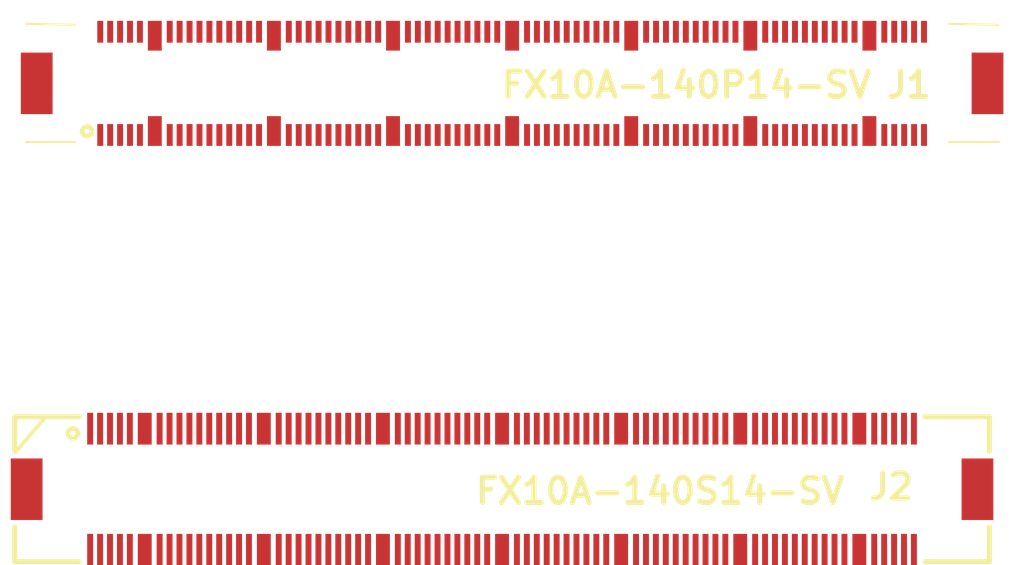
<source format=kicad_pcb>
(kicad_pcb (version 20171130) (host pcbnew "(5.1.5-0-10_14)")

  (general
    (thickness 1.6)
    (drawings 0)
    (tracks 0)
    (zones 0)
    (modules 2)
    (nets 154)
  )

  (page A4)
  (layers
    (0 F.Cu signal)
    (31 B.Cu signal)
    (32 B.Adhes user)
    (33 F.Adhes user)
    (34 B.Paste user)
    (35 F.Paste user)
    (36 B.SilkS user)
    (37 F.SilkS user)
    (38 B.Mask user)
    (39 F.Mask user)
    (40 Dwgs.User user)
    (41 Cmts.User user)
    (42 Eco1.User user)
    (43 Eco2.User user)
    (44 Edge.Cuts user)
    (45 Margin user)
    (46 B.CrtYd user)
    (47 F.CrtYd user)
    (48 B.Fab user)
    (49 F.Fab user)
  )

  (setup
    (last_trace_width 0.25)
    (trace_clearance 0.2)
    (zone_clearance 0.508)
    (zone_45_only no)
    (trace_min 0.2)
    (via_size 0.8)
    (via_drill 0.4)
    (via_min_size 0.4)
    (via_min_drill 0.3)
    (uvia_size 0.3)
    (uvia_drill 0.1)
    (uvias_allowed no)
    (uvia_min_size 0.2)
    (uvia_min_drill 0.1)
    (edge_width 0.05)
    (segment_width 0.2)
    (pcb_text_width 0.3)
    (pcb_text_size 1.5 1.5)
    (mod_edge_width 0.12)
    (mod_text_size 1 1)
    (mod_text_width 0.15)
    (pad_size 1.524 1.524)
    (pad_drill 0.762)
    (pad_to_mask_clearance 0.051)
    (solder_mask_min_width 0.25)
    (aux_axis_origin 0 0)
    (visible_elements FFFFFF7F)
    (pcbplotparams
      (layerselection 0x010fc_ffffffff)
      (usegerberextensions false)
      (usegerberattributes false)
      (usegerberadvancedattributes false)
      (creategerberjobfile false)
      (excludeedgelayer true)
      (linewidth 0.100000)
      (plotframeref false)
      (viasonmask false)
      (mode 1)
      (useauxorigin false)
      (hpglpennumber 1)
      (hpglpenspeed 20)
      (hpglpendiameter 15.000000)
      (psnegative false)
      (psa4output false)
      (plotreference true)
      (plotvalue true)
      (plotinvisibletext false)
      (padsonsilk false)
      (subtractmaskfromsilk false)
      (outputformat 1)
      (mirror false)
      (drillshape 1)
      (scaleselection 1)
      (outputdirectory ""))
  )

  (net 0 "")
  (net 1 "Net-(J1-Pad1)")
  (net 2 "Net-(J1-Pad2)")
  (net 3 "Net-(J1-Pad3)")
  (net 4 "Net-(J1-Pad4)")
  (net 5 "Net-(J1-Pad5)")
  (net 6 "Net-(J1-Pad6)")
  (net 7 CH0)
  (net 8 CH1)
  (net 9 CH2)
  (net 10 CH3)
  (net 11 CH4)
  (net 12 CH5)
  (net 13 CH6)
  (net 14 CH7)
  (net 15 CH8)
  (net 16 CH9)
  (net 17 CH10)
  (net 18 CH11)
  (net 19 CH12)
  (net 20 CH13)
  (net 21 CH14)
  (net 22 CH15)
  (net 23 CH16)
  (net 24 CH17)
  (net 25 CH18)
  (net 26 CH19)
  (net 27 CH20)
  (net 28 CH21)
  (net 29 CH22)
  (net 30 CH23)
  (net 31 CH24)
  (net 32 CH25)
  (net 33 CH26)
  (net 34 CH27)
  (net 35 CH28)
  (net 36 CH29)
  (net 37 CH30)
  (net 38 CH31)
  (net 39 CH32)
  (net 40 CH33)
  (net 41 CH34)
  (net 42 CH35)
  (net 43 CH36)
  (net 44 CH37)
  (net 45 CH38)
  (net 46 CH39)
  (net 47 CH40)
  (net 48 CH41)
  (net 49 CH42)
  (net 50 CH43)
  (net 51 CH44)
  (net 52 CH45)
  (net 53 CH46)
  (net 54 CH47)
  (net 55 CH48)
  (net 56 CH49)
  (net 57 CH50)
  (net 58 CH51)
  (net 59 CH52)
  (net 60 CH53)
  (net 61 CH54)
  (net 62 CH55)
  (net 63 CH56)
  (net 64 CH57)
  (net 65 CH58)
  (net 66 CH59)
  (net 67 CH60)
  (net 68 CH61)
  (net 69 CH62)
  (net 70 CH63)
  (net 71 CH64)
  (net 72 CH65)
  (net 73 CH66)
  (net 74 CH67)
  (net 75 CH68)
  (net 76 CH69)
  (net 77 CH70)
  (net 78 CH71)
  (net 79 CH72)
  (net 80 CH73)
  (net 81 CH74)
  (net 82 CH75)
  (net 83 CH76)
  (net 84 CH77)
  (net 85 CH78)
  (net 86 CH79)
  (net 87 CH80)
  (net 88 CH81)
  (net 89 CH82)
  (net 90 CH83)
  (net 91 CH84)
  (net 92 CH85)
  (net 93 CH86)
  (net 94 CH87)
  (net 95 CH88)
  (net 96 CH89)
  (net 97 CH90)
  (net 98 CH91)
  (net 99 CH92)
  (net 100 CH93)
  (net 101 CH94)
  (net 102 CH95)
  (net 103 CH96)
  (net 104 CH97)
  (net 105 CH98)
  (net 106 CH99)
  (net 107 CH100)
  (net 108 CH101)
  (net 109 CH102)
  (net 110 CH103)
  (net 111 CH104)
  (net 112 CH105)
  (net 113 CH106)
  (net 114 CH107)
  (net 115 CH108)
  (net 116 CH109)
  (net 117 CH110)
  (net 118 CH111)
  (net 119 CH112)
  (net 120 CH113)
  (net 121 CH114)
  (net 122 CH115)
  (net 123 CH116)
  (net 124 CH117)
  (net 125 CH118)
  (net 126 CH119)
  (net 127 CH120)
  (net 128 CH121)
  (net 129 CH122)
  (net 130 CH123)
  (net 131 CH124)
  (net 132 CH125)
  (net 133 CH126)
  (net 134 CH127)
  (net 135 "Net-(J1-Pad135)")
  (net 136 "Net-(J1-Pad136)")
  (net 137 "Net-(J1-Pad137)")
  (net 138 "Net-(J1-Pad138)")
  (net 139 "Net-(J1-Pad139)")
  (net 140 "Net-(J1-Pad140)")
  (net 141 GNDREF)
  (net 142 "Net-(J2-Pad139)")
  (net 143 "Net-(J2-Pad137)")
  (net 144 "Net-(J2-Pad135)")
  (net 145 "Net-(J2-Pad140)")
  (net 146 "Net-(J2-Pad138)")
  (net 147 "Net-(J2-Pad136)")
  (net 148 "Net-(J2-Pad5)")
  (net 149 "Net-(J2-Pad3)")
  (net 150 "Net-(J2-Pad1)")
  (net 151 "Net-(J2-Pad6)")
  (net 152 "Net-(J2-Pad4)")
  (net 153 "Net-(J2-Pad2)")

  (net_class Default "This is the default net class."
    (clearance 0.2)
    (trace_width 0.25)
    (via_dia 0.8)
    (via_drill 0.4)
    (uvia_dia 0.3)
    (uvia_drill 0.1)
    (add_net CH0)
    (add_net CH1)
    (add_net CH10)
    (add_net CH100)
    (add_net CH101)
    (add_net CH102)
    (add_net CH103)
    (add_net CH104)
    (add_net CH105)
    (add_net CH106)
    (add_net CH107)
    (add_net CH108)
    (add_net CH109)
    (add_net CH11)
    (add_net CH110)
    (add_net CH111)
    (add_net CH112)
    (add_net CH113)
    (add_net CH114)
    (add_net CH115)
    (add_net CH116)
    (add_net CH117)
    (add_net CH118)
    (add_net CH119)
    (add_net CH12)
    (add_net CH120)
    (add_net CH121)
    (add_net CH122)
    (add_net CH123)
    (add_net CH124)
    (add_net CH125)
    (add_net CH126)
    (add_net CH127)
    (add_net CH13)
    (add_net CH14)
    (add_net CH15)
    (add_net CH16)
    (add_net CH17)
    (add_net CH18)
    (add_net CH19)
    (add_net CH2)
    (add_net CH20)
    (add_net CH21)
    (add_net CH22)
    (add_net CH23)
    (add_net CH24)
    (add_net CH25)
    (add_net CH26)
    (add_net CH27)
    (add_net CH28)
    (add_net CH29)
    (add_net CH3)
    (add_net CH30)
    (add_net CH31)
    (add_net CH32)
    (add_net CH33)
    (add_net CH34)
    (add_net CH35)
    (add_net CH36)
    (add_net CH37)
    (add_net CH38)
    (add_net CH39)
    (add_net CH4)
    (add_net CH40)
    (add_net CH41)
    (add_net CH42)
    (add_net CH43)
    (add_net CH44)
    (add_net CH45)
    (add_net CH46)
    (add_net CH47)
    (add_net CH48)
    (add_net CH49)
    (add_net CH5)
    (add_net CH50)
    (add_net CH51)
    (add_net CH52)
    (add_net CH53)
    (add_net CH54)
    (add_net CH55)
    (add_net CH56)
    (add_net CH57)
    (add_net CH58)
    (add_net CH59)
    (add_net CH6)
    (add_net CH60)
    (add_net CH61)
    (add_net CH62)
    (add_net CH63)
    (add_net CH64)
    (add_net CH65)
    (add_net CH66)
    (add_net CH67)
    (add_net CH68)
    (add_net CH69)
    (add_net CH7)
    (add_net CH70)
    (add_net CH71)
    (add_net CH72)
    (add_net CH73)
    (add_net CH74)
    (add_net CH75)
    (add_net CH76)
    (add_net CH77)
    (add_net CH78)
    (add_net CH79)
    (add_net CH8)
    (add_net CH80)
    (add_net CH81)
    (add_net CH82)
    (add_net CH83)
    (add_net CH84)
    (add_net CH85)
    (add_net CH86)
    (add_net CH87)
    (add_net CH88)
    (add_net CH89)
    (add_net CH9)
    (add_net CH90)
    (add_net CH91)
    (add_net CH92)
    (add_net CH93)
    (add_net CH94)
    (add_net CH95)
    (add_net CH96)
    (add_net CH97)
    (add_net CH98)
    (add_net CH99)
    (add_net GNDREF)
    (add_net "Net-(J1-Pad1)")
    (add_net "Net-(J1-Pad135)")
    (add_net "Net-(J1-Pad136)")
    (add_net "Net-(J1-Pad137)")
    (add_net "Net-(J1-Pad138)")
    (add_net "Net-(J1-Pad139)")
    (add_net "Net-(J1-Pad140)")
    (add_net "Net-(J1-Pad2)")
    (add_net "Net-(J1-Pad3)")
    (add_net "Net-(J1-Pad4)")
    (add_net "Net-(J1-Pad5)")
    (add_net "Net-(J1-Pad6)")
    (add_net "Net-(J2-Pad1)")
    (add_net "Net-(J2-Pad135)")
    (add_net "Net-(J2-Pad136)")
    (add_net "Net-(J2-Pad137)")
    (add_net "Net-(J2-Pad138)")
    (add_net "Net-(J2-Pad139)")
    (add_net "Net-(J2-Pad140)")
    (add_net "Net-(J2-Pad2)")
    (add_net "Net-(J2-Pad3)")
    (add_net "Net-(J2-Pad4)")
    (add_net "Net-(J2-Pad5)")
    (add_net "Net-(J2-Pad6)")
  )

  (module FX10A-140P14-SV:FX10A-140P14-SV (layer F.Cu) (tedit 5E8F3045) (tstamp 5EAAB62E)
    (at 238.379 152.908)
    (descr "FX10A-140P/14-SV(71)-4")
    (tags Connector)
    (path /5E90998E)
    (fp_text reference J1 (at 19.99 0.08) (layer F.SilkS)
      (effects (font (size 1.27 1.27) (thickness 0.254)))
    )
    (fp_text value FX10A-140P14-SV (at 8.78 0.08) (layer F.SilkS)
      (effects (font (size 1.27 1.27) (thickness 0.254)))
    )
    (fp_text user %R (at 19.99 0.08) (layer F.Fab)
      (effects (font (size 1.27 1.27) (thickness 0.254)))
    )
    (fp_line (start -24.55 -2.95) (end 24.55 -2.95) (layer F.Fab) (width 0.2))
    (fp_line (start 24.55 -2.95) (end 24.55 2.95) (layer F.Fab) (width 0.2))
    (fp_line (start 24.55 2.95) (end -24.55 2.95) (layer F.Fab) (width 0.2))
    (fp_line (start -24.55 2.95) (end -24.55 -2.95) (layer F.Fab) (width 0.2))
    (fp_line (start -25.75 -4.15) (end 25.75 -4.15) (layer F.CrtYd) (width 0.1))
    (fp_line (start 25.75 -4.15) (end 25.75 4.15) (layer F.CrtYd) (width 0.1))
    (fp_line (start 25.75 4.15) (end -25.75 4.15) (layer F.CrtYd) (width 0.1))
    (fp_line (start -25.75 4.15) (end -25.75 -4.15) (layer F.CrtYd) (width 0.1))
    (fp_line (start -24.5 -3) (end -22 -2.95) (layer F.SilkS) (width 0.1))
    (fp_line (start -24.5 2.95) (end -22 2.95) (layer F.SilkS) (width 0.1))
    (fp_line (start 22 2.95) (end 24.55 2.95) (layer F.SilkS) (width 0.1))
    (fp_line (start 22 -3) (end 24.5 -2.95) (layer F.SilkS) (width 0.1))
    (fp_circle (center -21.41 2.42) (end -21.29 2.42) (layer F.SilkS) (width 0.25))
    (fp_text user "hybrid ch 0" (at -14.52 -0.85) (layer F.Fab)
      (effects (font (size 1 1) (thickness 0.15)))
    )
    (fp_text user "hybrid ch 1" (at -14.52 0.85) (layer F.Fab)
      (effects (font (size 1 1) (thickness 0.15)))
    )
    (fp_circle (center -19.24 -1.58) (end -19.12 -1.58) (layer F.Fab) (width 0.25))
    (fp_circle (center -19.2 1.59) (end -19.08 1.59) (layer F.Fab) (width 0.25))
    (fp_text user hybrid (at -3.38 0.06) (layer F.Fab)
      (effects (font (size 1 1) (thickness 0.15)))
    )
    (fp_line (start -7 -1.8) (end -7 1.7) (layer F.Fab) (width 0.12))
    (fp_line (start -9.5 -1.8) (end -9.5 1.7) (layer F.Fab) (width 0.12))
    (fp_line (start -9.5 -1.8) (end -7 -1.8) (layer F.Fab) (width 0.12))
    (fp_line (start -9.5 1.7) (end -7 1.7) (layer F.Fab) (width 0.12))
    (fp_line (start -9.2 0.92) (end -7.3 0.92) (layer F.Fab) (width 0.12))
    (fp_line (start -7.3 0.92) (end -7.3 1.4) (layer F.Fab) (width 0.12))
    (fp_line (start -7.3 1.4) (end -9.2 1.4) (layer F.Fab) (width 0.12))
    (fp_line (start -9.2 1.4) (end -9.2 0.92) (layer F.Fab) (width 0.12))
    (fp_line (start -6.06 1.16) (end -6.06 -0.81) (layer F.Fab) (width 0.12))
    (fp_line (start -6.06 -0.81) (end -6.47 -0.32) (layer F.Fab) (width 0.12))
    (fp_line (start -6.47 -0.32) (end -6.08 -0.85) (layer F.Fab) (width 0.12))
    (fp_line (start -6.08 -0.85) (end -5.74 -0.44) (layer F.Fab) (width 0.12))
    (fp_line (start -5.74 -0.44) (end -5.74 -0.43) (layer F.Fab) (width 0.12))
    (pad 1 smd rect (at -20.75 2.6) (size 0.3 1.1) (layers F.Cu F.Paste F.Mask)
      (net 1 "Net-(J1-Pad1)"))
    (pad 2 smd rect (at -20.75 -2.6) (size 0.3 1.1) (layers F.Cu F.Paste F.Mask)
      (net 2 "Net-(J1-Pad2)"))
    (pad 3 smd rect (at -20.25 2.6) (size 0.3 1.1) (layers F.Cu F.Paste F.Mask)
      (net 3 "Net-(J1-Pad3)"))
    (pad 4 smd rect (at -20.25 -2.6) (size 0.3 1.1) (layers F.Cu F.Paste F.Mask)
      (net 4 "Net-(J1-Pad4)"))
    (pad 5 smd rect (at -19.75 2.6) (size 0.3 1.1) (layers F.Cu F.Paste F.Mask)
      (net 5 "Net-(J1-Pad5)"))
    (pad 6 smd rect (at -19.75 -2.6) (size 0.3 1.1) (layers F.Cu F.Paste F.Mask)
      (net 6 "Net-(J1-Pad6)"))
    (pad 7 smd rect (at -19.25 2.6) (size 0.3 1.1) (layers F.Cu F.Paste F.Mask)
      (net 7 CH0))
    (pad 8 smd rect (at -19.25 -2.6) (size 0.3 1.1) (layers F.Cu F.Paste F.Mask)
      (net 8 CH1))
    (pad 9 smd rect (at -18.75 2.6) (size 0.3 1.1) (layers F.Cu F.Paste F.Mask)
      (net 9 CH2))
    (pad 10 smd rect (at -18.75 -2.6) (size 0.3 1.1) (layers F.Cu F.Paste F.Mask)
      (net 10 CH3))
    (pad 11 smd rect (at -17.25 2.6) (size 0.3 1.1) (layers F.Cu F.Paste F.Mask)
      (net 11 CH4))
    (pad 12 smd rect (at -17.25 -2.6) (size 0.3 1.1) (layers F.Cu F.Paste F.Mask)
      (net 12 CH5))
    (pad 13 smd rect (at -16.75 2.6) (size 0.3 1.1) (layers F.Cu F.Paste F.Mask)
      (net 13 CH6))
    (pad 14 smd rect (at -16.75 -2.6) (size 0.3 1.1) (layers F.Cu F.Paste F.Mask)
      (net 14 CH7))
    (pad 15 smd rect (at -16.25 2.6) (size 0.3 1.1) (layers F.Cu F.Paste F.Mask)
      (net 15 CH8))
    (pad 16 smd rect (at -16.25 -2.6) (size 0.3 1.1) (layers F.Cu F.Paste F.Mask)
      (net 16 CH9))
    (pad 17 smd rect (at -15.75 2.6) (size 0.3 1.1) (layers F.Cu F.Paste F.Mask)
      (net 17 CH10))
    (pad 18 smd rect (at -15.75 -2.6) (size 0.3 1.1) (layers F.Cu F.Paste F.Mask)
      (net 18 CH11))
    (pad 19 smd rect (at -15.25 2.6) (size 0.3 1.1) (layers F.Cu F.Paste F.Mask)
      (net 19 CH12))
    (pad 20 smd rect (at -15.25 -2.6) (size 0.3 1.1) (layers F.Cu F.Paste F.Mask)
      (net 20 CH13))
    (pad 21 smd rect (at -14.75 2.6) (size 0.3 1.1) (layers F.Cu F.Paste F.Mask)
      (net 21 CH14))
    (pad 22 smd rect (at -14.75 -2.6) (size 0.3 1.1) (layers F.Cu F.Paste F.Mask)
      (net 22 CH15))
    (pad 23 smd rect (at -14.25 2.6) (size 0.3 1.1) (layers F.Cu F.Paste F.Mask)
      (net 23 CH16))
    (pad 24 smd rect (at -14.25 -2.6) (size 0.3 1.1) (layers F.Cu F.Paste F.Mask)
      (net 24 CH17))
    (pad 25 smd rect (at -13.75 2.6) (size 0.3 1.1) (layers F.Cu F.Paste F.Mask)
      (net 25 CH18))
    (pad 26 smd rect (at -13.75 -2.6) (size 0.3 1.1) (layers F.Cu F.Paste F.Mask)
      (net 26 CH19))
    (pad 27 smd rect (at -13.25 2.6) (size 0.3 1.1) (layers F.Cu F.Paste F.Mask)
      (net 27 CH20))
    (pad 28 smd rect (at -13.25 -2.6) (size 0.3 1.1) (layers F.Cu F.Paste F.Mask)
      (net 28 CH21))
    (pad 29 smd rect (at -12.75 2.6) (size 0.3 1.1) (layers F.Cu F.Paste F.Mask)
      (net 29 CH22))
    (pad 30 smd rect (at -12.75 -2.6) (size 0.3 1.1) (layers F.Cu F.Paste F.Mask)
      (net 30 CH23))
    (pad 31 smd rect (at -11.25 2.6) (size 0.3 1.1) (layers F.Cu F.Paste F.Mask)
      (net 31 CH24))
    (pad 32 smd rect (at -11.25 -2.6) (size 0.3 1.1) (layers F.Cu F.Paste F.Mask)
      (net 32 CH25))
    (pad 33 smd rect (at -10.75 2.6) (size 0.3 1.1) (layers F.Cu F.Paste F.Mask)
      (net 33 CH26))
    (pad 34 smd rect (at -10.75 -2.6) (size 0.3 1.1) (layers F.Cu F.Paste F.Mask)
      (net 34 CH27))
    (pad 35 smd rect (at -10.25 2.6) (size 0.3 1.1) (layers F.Cu F.Paste F.Mask)
      (net 35 CH28))
    (pad 36 smd rect (at -10.25 -2.6) (size 0.3 1.1) (layers F.Cu F.Paste F.Mask)
      (net 36 CH29))
    (pad 37 smd rect (at -9.75 2.6) (size 0.3 1.1) (layers F.Cu F.Paste F.Mask)
      (net 37 CH30))
    (pad 38 smd rect (at -9.75 -2.6) (size 0.3 1.1) (layers F.Cu F.Paste F.Mask)
      (net 38 CH31))
    (pad 39 smd rect (at -9.25 2.6) (size 0.3 1.1) (layers F.Cu F.Paste F.Mask)
      (net 39 CH32))
    (pad 40 smd rect (at -9.25 -2.6) (size 0.3 1.1) (layers F.Cu F.Paste F.Mask)
      (net 40 CH33))
    (pad 41 smd rect (at -8.75 2.6) (size 0.3 1.1) (layers F.Cu F.Paste F.Mask)
      (net 41 CH34))
    (pad 42 smd rect (at -8.75 -2.6) (size 0.3 1.1) (layers F.Cu F.Paste F.Mask)
      (net 42 CH35))
    (pad 43 smd rect (at -8.25 2.6) (size 0.3 1.1) (layers F.Cu F.Paste F.Mask)
      (net 43 CH36))
    (pad 44 smd rect (at -8.25 -2.6) (size 0.3 1.1) (layers F.Cu F.Paste F.Mask)
      (net 44 CH37))
    (pad 45 smd rect (at -7.75 2.6) (size 0.3 1.1) (layers F.Cu F.Paste F.Mask)
      (net 45 CH38))
    (pad 46 smd rect (at -7.75 -2.6) (size 0.3 1.1) (layers F.Cu F.Paste F.Mask)
      (net 46 CH39))
    (pad 47 smd rect (at -7.25 2.6) (size 0.3 1.1) (layers F.Cu F.Paste F.Mask)
      (net 47 CH40))
    (pad 48 smd rect (at -7.25 -2.6) (size 0.3 1.1) (layers F.Cu F.Paste F.Mask)
      (net 48 CH41))
    (pad 49 smd rect (at -6.75 2.6) (size 0.3 1.1) (layers F.Cu F.Paste F.Mask)
      (net 49 CH42))
    (pad 50 smd rect (at -6.75 -2.6) (size 0.3 1.1) (layers F.Cu F.Paste F.Mask)
      (net 50 CH43))
    (pad 51 smd rect (at -5.25 2.6) (size 0.3 1.1) (layers F.Cu F.Paste F.Mask)
      (net 51 CH44))
    (pad 52 smd rect (at -5.25 -2.6) (size 0.3 1.1) (layers F.Cu F.Paste F.Mask)
      (net 52 CH45))
    (pad 53 smd rect (at -4.75 2.6) (size 0.3 1.1) (layers F.Cu F.Paste F.Mask)
      (net 53 CH46))
    (pad 54 smd rect (at -4.75 -2.6) (size 0.3 1.1) (layers F.Cu F.Paste F.Mask)
      (net 54 CH47))
    (pad 55 smd rect (at -4.25 2.6) (size 0.3 1.1) (layers F.Cu F.Paste F.Mask)
      (net 55 CH48))
    (pad 56 smd rect (at -4.25 -2.6) (size 0.3 1.1) (layers F.Cu F.Paste F.Mask)
      (net 56 CH49))
    (pad 57 smd rect (at -3.75 2.6) (size 0.3 1.1) (layers F.Cu F.Paste F.Mask)
      (net 57 CH50))
    (pad 58 smd rect (at -3.75 -2.6) (size 0.3 1.1) (layers F.Cu F.Paste F.Mask)
      (net 58 CH51))
    (pad 59 smd rect (at -3.25 2.6) (size 0.3 1.1) (layers F.Cu F.Paste F.Mask)
      (net 59 CH52))
    (pad 60 smd rect (at -3.25 -2.6) (size 0.3 1.1) (layers F.Cu F.Paste F.Mask)
      (net 60 CH53))
    (pad 61 smd rect (at -2.75 2.6) (size 0.3 1.1) (layers F.Cu F.Paste F.Mask)
      (net 61 CH54))
    (pad 62 smd rect (at -2.75 -2.6) (size 0.3 1.1) (layers F.Cu F.Paste F.Mask)
      (net 62 CH55))
    (pad 63 smd rect (at -2.25 2.6) (size 0.3 1.1) (layers F.Cu F.Paste F.Mask)
      (net 63 CH56))
    (pad 64 smd rect (at -2.25 -2.6) (size 0.3 1.1) (layers F.Cu F.Paste F.Mask)
      (net 64 CH57))
    (pad 65 smd rect (at -1.75 2.6) (size 0.3 1.1) (layers F.Cu F.Paste F.Mask)
      (net 65 CH58))
    (pad 66 smd rect (at -1.75 -2.6) (size 0.3 1.1) (layers F.Cu F.Paste F.Mask)
      (net 66 CH59))
    (pad 67 smd rect (at -1.25 2.6) (size 0.3 1.1) (layers F.Cu F.Paste F.Mask)
      (net 67 CH60))
    (pad 68 smd rect (at -1.25 -2.6) (size 0.3 1.1) (layers F.Cu F.Paste F.Mask)
      (net 68 CH61))
    (pad 69 smd rect (at -0.75 2.6) (size 0.3 1.1) (layers F.Cu F.Paste F.Mask)
      (net 69 CH62))
    (pad 70 smd rect (at -0.75 -2.6) (size 0.3 1.1) (layers F.Cu F.Paste F.Mask)
      (net 70 CH63))
    (pad 71 smd rect (at 0.75 2.6) (size 0.3 1.1) (layers F.Cu F.Paste F.Mask)
      (net 71 CH64))
    (pad 72 smd rect (at 0.75 -2.6) (size 0.3 1.1) (layers F.Cu F.Paste F.Mask)
      (net 72 CH65))
    (pad 73 smd rect (at 1.25 2.6) (size 0.3 1.1) (layers F.Cu F.Paste F.Mask)
      (net 73 CH66))
    (pad 74 smd rect (at 1.25 -2.6) (size 0.3 1.1) (layers F.Cu F.Paste F.Mask)
      (net 74 CH67))
    (pad 75 smd rect (at 1.75 2.6) (size 0.3 1.1) (layers F.Cu F.Paste F.Mask)
      (net 75 CH68))
    (pad 76 smd rect (at 1.75 -2.6) (size 0.3 1.1) (layers F.Cu F.Paste F.Mask)
      (net 76 CH69))
    (pad 77 smd rect (at 2.25 2.6) (size 0.3 1.1) (layers F.Cu F.Paste F.Mask)
      (net 77 CH70))
    (pad 78 smd rect (at 2.25 -2.6) (size 0.3 1.1) (layers F.Cu F.Paste F.Mask)
      (net 78 CH71))
    (pad 79 smd rect (at 2.75 2.6) (size 0.3 1.1) (layers F.Cu F.Paste F.Mask)
      (net 79 CH72))
    (pad 80 smd rect (at 2.75 -2.6) (size 0.3 1.1) (layers F.Cu F.Paste F.Mask)
      (net 80 CH73))
    (pad 81 smd rect (at 3.25 2.6) (size 0.3 1.1) (layers F.Cu F.Paste F.Mask)
      (net 81 CH74))
    (pad 82 smd rect (at 3.25 -2.6) (size 0.3 1.1) (layers F.Cu F.Paste F.Mask)
      (net 82 CH75))
    (pad 83 smd rect (at 3.75 2.6) (size 0.3 1.1) (layers F.Cu F.Paste F.Mask)
      (net 83 CH76))
    (pad 84 smd rect (at 3.75 -2.6) (size 0.3 1.1) (layers F.Cu F.Paste F.Mask)
      (net 84 CH77))
    (pad 85 smd rect (at 4.25 2.6) (size 0.3 1.1) (layers F.Cu F.Paste F.Mask)
      (net 85 CH78))
    (pad 86 smd rect (at 4.25 -2.6) (size 0.3 1.1) (layers F.Cu F.Paste F.Mask)
      (net 86 CH79))
    (pad 87 smd rect (at 4.75 2.6) (size 0.3 1.1) (layers F.Cu F.Paste F.Mask)
      (net 87 CH80))
    (pad 88 smd rect (at 4.75 -2.6) (size 0.3 1.1) (layers F.Cu F.Paste F.Mask)
      (net 88 CH81))
    (pad 89 smd rect (at 5.25 2.6) (size 0.3 1.1) (layers F.Cu F.Paste F.Mask)
      (net 89 CH82))
    (pad 90 smd rect (at 5.25 -2.6) (size 0.3 1.1) (layers F.Cu F.Paste F.Mask)
      (net 90 CH83))
    (pad 91 smd rect (at 6.75 2.6) (size 0.3 1.1) (layers F.Cu F.Paste F.Mask)
      (net 91 CH84))
    (pad 92 smd rect (at 6.75 -2.6) (size 0.3 1.1) (layers F.Cu F.Paste F.Mask)
      (net 92 CH85))
    (pad 93 smd rect (at 7.25 2.6) (size 0.3 1.1) (layers F.Cu F.Paste F.Mask)
      (net 93 CH86))
    (pad 94 smd rect (at 7.25 -2.6) (size 0.3 1.1) (layers F.Cu F.Paste F.Mask)
      (net 94 CH87))
    (pad 95 smd rect (at 7.75 2.6) (size 0.3 1.1) (layers F.Cu F.Paste F.Mask)
      (net 95 CH88))
    (pad 96 smd rect (at 7.75 -2.6) (size 0.3 1.1) (layers F.Cu F.Paste F.Mask)
      (net 96 CH89))
    (pad 97 smd rect (at 8.25 2.6) (size 0.3 1.1) (layers F.Cu F.Paste F.Mask)
      (net 97 CH90))
    (pad 98 smd rect (at 8.25 -2.6) (size 0.3 1.1) (layers F.Cu F.Paste F.Mask)
      (net 98 CH91))
    (pad 99 smd rect (at 8.75 2.6) (size 0.3 1.1) (layers F.Cu F.Paste F.Mask)
      (net 99 CH92))
    (pad 100 smd rect (at 8.75 -2.6) (size 0.3 1.1) (layers F.Cu F.Paste F.Mask)
      (net 100 CH93))
    (pad 101 smd rect (at 9.25 2.6) (size 0.3 1.1) (layers F.Cu F.Paste F.Mask)
      (net 101 CH94))
    (pad 102 smd rect (at 9.25 -2.6) (size 0.3 1.1) (layers F.Cu F.Paste F.Mask)
      (net 102 CH95))
    (pad 103 smd rect (at 9.75 2.6) (size 0.3 1.1) (layers F.Cu F.Paste F.Mask)
      (net 103 CH96))
    (pad 104 smd rect (at 9.75 -2.6) (size 0.3 1.1) (layers F.Cu F.Paste F.Mask)
      (net 104 CH97))
    (pad 105 smd rect (at 10.25 2.6) (size 0.3 1.1) (layers F.Cu F.Paste F.Mask)
      (net 105 CH98))
    (pad 106 smd rect (at 10.25 -2.6) (size 0.3 1.1) (layers F.Cu F.Paste F.Mask)
      (net 106 CH99))
    (pad 107 smd rect (at 10.75 2.6) (size 0.3 1.1) (layers F.Cu F.Paste F.Mask)
      (net 107 CH100))
    (pad 108 smd rect (at 10.75 -2.6) (size 0.3 1.1) (layers F.Cu F.Paste F.Mask)
      (net 108 CH101))
    (pad 109 smd rect (at 11.25 2.6) (size 0.3 1.1) (layers F.Cu F.Paste F.Mask)
      (net 109 CH102))
    (pad 110 smd rect (at 11.25 -2.6) (size 0.3 1.1) (layers F.Cu F.Paste F.Mask)
      (net 110 CH103))
    (pad 111 smd rect (at 12.75 2.6) (size 0.3 1.1) (layers F.Cu F.Paste F.Mask)
      (net 111 CH104))
    (pad 112 smd rect (at 12.75 -2.6) (size 0.3 1.1) (layers F.Cu F.Paste F.Mask)
      (net 112 CH105))
    (pad 113 smd rect (at 13.25 2.6) (size 0.3 1.1) (layers F.Cu F.Paste F.Mask)
      (net 113 CH106))
    (pad 114 smd rect (at 13.25 -2.6) (size 0.3 1.1) (layers F.Cu F.Paste F.Mask)
      (net 114 CH107))
    (pad 115 smd rect (at 13.75 2.6) (size 0.3 1.1) (layers F.Cu F.Paste F.Mask)
      (net 115 CH108))
    (pad 116 smd rect (at 13.75 -2.6) (size 0.3 1.1) (layers F.Cu F.Paste F.Mask)
      (net 116 CH109))
    (pad 117 smd rect (at 14.25 2.6) (size 0.3 1.1) (layers F.Cu F.Paste F.Mask)
      (net 117 CH110))
    (pad 118 smd rect (at 14.25 -2.6) (size 0.3 1.1) (layers F.Cu F.Paste F.Mask)
      (net 118 CH111))
    (pad 119 smd rect (at 14.75 2.6) (size 0.3 1.1) (layers F.Cu F.Paste F.Mask)
      (net 119 CH112))
    (pad 120 smd rect (at 14.75 -2.6) (size 0.3 1.1) (layers F.Cu F.Paste F.Mask)
      (net 120 CH113))
    (pad 121 smd rect (at 15.25 2.6) (size 0.3 1.1) (layers F.Cu F.Paste F.Mask)
      (net 121 CH114))
    (pad 122 smd rect (at 15.25 -2.6) (size 0.3 1.1) (layers F.Cu F.Paste F.Mask)
      (net 122 CH115))
    (pad 123 smd rect (at 15.75 2.6) (size 0.3 1.1) (layers F.Cu F.Paste F.Mask)
      (net 123 CH116))
    (pad 124 smd rect (at 15.75 -2.6) (size 0.3 1.1) (layers F.Cu F.Paste F.Mask)
      (net 124 CH117))
    (pad 125 smd rect (at 16.25 2.6) (size 0.3 1.1) (layers F.Cu F.Paste F.Mask)
      (net 125 CH118))
    (pad 126 smd rect (at 16.25 -2.6) (size 0.3 1.1) (layers F.Cu F.Paste F.Mask)
      (net 126 CH119))
    (pad 127 smd rect (at 16.75 2.6) (size 0.3 1.1) (layers F.Cu F.Paste F.Mask)
      (net 127 CH120))
    (pad 128 smd rect (at 16.75 -2.6) (size 0.3 1.1) (layers F.Cu F.Paste F.Mask)
      (net 128 CH121))
    (pad 129 smd rect (at 17.25 2.6) (size 0.3 1.1) (layers F.Cu F.Paste F.Mask)
      (net 129 CH122))
    (pad 130 smd rect (at 17.25 -2.6) (size 0.3 1.1) (layers F.Cu F.Paste F.Mask)
      (net 130 CH123))
    (pad 131 smd rect (at 18.75 2.6) (size 0.3 1.1) (layers F.Cu F.Paste F.Mask)
      (net 131 CH124))
    (pad 132 smd rect (at 18.75 -2.6) (size 0.3 1.1) (layers F.Cu F.Paste F.Mask)
      (net 132 CH125))
    (pad 133 smd rect (at 19.25 2.6) (size 0.3 1.1) (layers F.Cu F.Paste F.Mask)
      (net 133 CH126))
    (pad 134 smd rect (at 19.25 -2.6) (size 0.3 1.1) (layers F.Cu F.Paste F.Mask)
      (net 134 CH127))
    (pad 135 smd rect (at 19.75 2.6) (size 0.3 1.1) (layers F.Cu F.Paste F.Mask)
      (net 135 "Net-(J1-Pad135)"))
    (pad 136 smd rect (at 19.75 -2.6) (size 0.3 1.1) (layers F.Cu F.Paste F.Mask)
      (net 136 "Net-(J1-Pad136)"))
    (pad 137 smd rect (at 20.25 2.6) (size 0.3 1.1) (layers F.Cu F.Paste F.Mask)
      (net 137 "Net-(J1-Pad137)"))
    (pad 138 smd rect (at 20.25 -2.6) (size 0.3 1.1) (layers F.Cu F.Paste F.Mask)
      (net 138 "Net-(J1-Pad138)"))
    (pad 139 smd rect (at 20.75 2.6) (size 0.3 1.1) (layers F.Cu F.Paste F.Mask)
      (net 139 "Net-(J1-Pad139)"))
    (pad 140 smd rect (at 20.75 -2.6) (size 0.3 1.1) (layers F.Cu F.Paste F.Mask)
      (net 140 "Net-(J1-Pad140)"))
    (pad 141 smd rect (at -18 2.4) (size 0.7 1.5) (layers F.Cu F.Paste F.Mask)
      (net 141 GNDREF))
    (pad 142 smd rect (at -18 -2.4) (size 0.7 1.5) (layers F.Cu F.Paste F.Mask)
      (net 141 GNDREF))
    (pad 143 smd rect (at -12 2.4) (size 0.7 1.5) (layers F.Cu F.Paste F.Mask)
      (net 141 GNDREF))
    (pad 144 smd rect (at -12 -2.4) (size 0.7 1.5) (layers F.Cu F.Paste F.Mask)
      (net 141 GNDREF))
    (pad 145 smd rect (at -6 2.4) (size 0.7 1.5) (layers F.Cu F.Paste F.Mask)
      (net 141 GNDREF))
    (pad 146 smd rect (at -6 -2.4) (size 0.7 1.5) (layers F.Cu F.Paste F.Mask)
      (net 141 GNDREF))
    (pad 147 smd rect (at 0 2.4) (size 0.7 1.5) (layers F.Cu F.Paste F.Mask)
      (net 141 GNDREF))
    (pad 148 smd rect (at 0 -2.4) (size 0.7 1.5) (layers F.Cu F.Paste F.Mask)
      (net 141 GNDREF))
    (pad 149 smd rect (at 6 2.4) (size 0.7 1.5) (layers F.Cu F.Paste F.Mask)
      (net 141 GNDREF))
    (pad 150 smd rect (at 6 -2.4) (size 0.7 1.5) (layers F.Cu F.Paste F.Mask)
      (net 141 GNDREF))
    (pad 151 smd rect (at 12 2.4) (size 0.7 1.5) (layers F.Cu F.Paste F.Mask)
      (net 141 GNDREF))
    (pad 152 smd rect (at 12 -2.4) (size 0.7 1.5) (layers F.Cu F.Paste F.Mask)
      (net 141 GNDREF))
    (pad 153 smd rect (at 18 2.4) (size 0.7 1.5) (layers F.Cu F.Paste F.Mask)
      (net 141 GNDREF))
    (pad 154 smd rect (at 18 -2.4) (size 0.7 1.5) (layers F.Cu F.Paste F.Mask)
      (net 141 GNDREF))
    (pad MH1 np_thru_hole circle (at -22.2 0) (size 1.15 0) (drill 1.15) (layers *.Cu *.Mask))
    (pad MH2 np_thru_hole circle (at 22.2 0) (size 1.25 0) (drill 1.25) (layers *.Cu *.Mask))
    (pad MP1 smd rect (at -23.95 0) (size 1.6 3.1) (layers F.Cu F.Paste F.Mask)
      (net 141 GNDREF))
    (pad MP2 smd rect (at 23.95 0) (size 1.6 3.1) (layers F.Cu F.Paste F.Mask)
      (net 141 GNDREF))
    (model FX10A-140P_14-SV_71_.stp
      (at (xyz 0 0 0))
      (scale (xyz 1 1 1))
      (rotate (xyz 0 0 0))
    )
  )

  (module FX10A-140S14-SV:FX10A-140S14-SV (layer F.Cu) (tedit 5E9075F0) (tstamp 5EAABC3F)
    (at 237.871 173.355 180)
    (descr FX10A-140S/14-SV)
    (tags Connector)
    (path /5E915B28)
    (fp_text reference J2 (at -19.6 0.13) (layer F.SilkS)
      (effects (font (size 1.27 1.27) (thickness 0.254)))
    )
    (fp_text value FX10A-140S14-SV (at -7.96 -0.09) (layer F.SilkS)
      (effects (font (size 1.27 1.27) (thickness 0.254)))
    )
    (fp_line (start -24.55 -3.65) (end 24.55 -3.65) (layer F.Fab) (width 0.254))
    (fp_line (start 24.55 -3.65) (end 24.55 3.65) (layer F.Fab) (width 0.254))
    (fp_line (start 24.55 3.65) (end -24.55 3.65) (layer F.Fab) (width 0.254))
    (fp_line (start -24.55 3.65) (end -24.55 -3.65) (layer F.Fab) (width 0.254))
    (fp_line (start -24.55 -3.65) (end -21.3 -3.65) (layer F.SilkS) (width 0.254))
    (fp_line (start -24.55 -3.65) (end -24.55 -1.9) (layer F.SilkS) (width 0.254))
    (fp_line (start 24.55 -3.65) (end 21.3 -3.65) (layer F.SilkS) (width 0.254))
    (fp_line (start -24.55 3.65) (end -24.55 1.9) (layer F.SilkS) (width 0.254))
    (fp_line (start 24.55 3.65) (end 21.3 3.65) (layer F.SilkS) (width 0.254))
    (fp_line (start -24.55 3.65) (end -21.3 3.65) (layer F.SilkS) (width 0.254))
    (fp_line (start 24.55 3.65) (end 24.55 1.9) (layer F.SilkS) (width 0.254))
    (fp_line (start 24.55 -3.65) (end 24.55 -1.9) (layer F.SilkS) (width 0.254))
    (fp_line (start 24.53 1.85) (end 22.98 3.66) (layer F.SilkS) (width 0.2))
    (fp_line (start 22.98 3.66) (end 23.1 3.66) (layer F.SilkS) (width 0.15))
    (fp_text user Hybrid (at 3.58 1.13) (layer F.Fab)
      (effects (font (size 1 1) (thickness 0.15)))
    )
    (fp_line (start 3.57 0.29) (end 3.57 -1.58) (layer F.Fab) (width 0.12))
    (fp_line (start 3.57 -1.55) (end 2.98 -0.78) (layer F.Fab) (width 0.12))
    (fp_line (start 2.98 -0.78) (end 3.54 -1.52) (layer F.Fab) (width 0.12))
    (fp_line (start 3.57 -1.52) (end 4.07 -0.84) (layer F.Fab) (width 0.12))
    (fp_circle (center 21.62 2.82) (end 21.74 2.82) (layer F.SilkS) (width 0.25))
    (fp_circle (center 19.25 1.76) (end 19.37 1.76) (layer F.Fab) (width 0.25))
    (fp_circle (center 19.28 -1.79) (end 19.4 -1.79) (layer F.Fab) (width 0.25))
    (fp_text user "hybrid ch1" (at 14.95 1.05) (layer F.Fab)
      (effects (font (size 1 1) (thickness 0.15)))
    )
    (fp_text user "hybrid ch0" (at 14.86 -1.2) (layer F.Fab)
      (effects (font (size 1 1) (thickness 0.15)))
    )
    (fp_line (start 6.17 -1.63) (end 8.78 -1.63) (layer F.Fab) (width 0.12))
    (fp_line (start 8.78 1.8) (end 6.17 1.8) (layer F.Fab) (width 0.12))
    (fp_line (start 6.17 1.8) (end 6.17 -1.63) (layer F.Fab) (width 0.12))
    (fp_line (start 6.6 1.14) (end 8.45 1.14) (layer F.Fab) (width 0.12))
    (fp_line (start 8.45 1.14) (end 8.45 1.57) (layer F.Fab) (width 0.12))
    (fp_line (start 8.45 1.57) (end 6.57 1.57) (layer F.Fab) (width 0.12))
    (fp_line (start 6.57 1.57) (end 6.57 1.14) (layer F.Fab) (width 0.12))
    (fp_line (start 8.88 -1.63) (end 8.88 1.8) (layer F.Fab) (width 0.12))
    (fp_line (start 8.88 1.8) (end 8.68 1.8) (layer F.Fab) (width 0.12))
    (pad 139 smd rect (at -20.75 3.05 180) (size 0.3 1.6) (layers F.Cu F.Paste F.Mask)
      (net 142 "Net-(J2-Pad139)"))
    (pad 137 smd rect (at -20.25 3.05 180) (size 0.3 1.6) (layers F.Cu F.Paste F.Mask)
      (net 143 "Net-(J2-Pad137)"))
    (pad 135 smd rect (at -19.75 3.05 180) (size 0.3 1.6) (layers F.Cu F.Paste F.Mask)
      (net 144 "Net-(J2-Pad135)"))
    (pad 133 smd rect (at -19.25 3.05 180) (size 0.3 1.6) (layers F.Cu F.Paste F.Mask)
      (net 134 CH127))
    (pad 131 smd rect (at -18.75 3.05 180) (size 0.3 1.6) (layers F.Cu F.Paste F.Mask)
      (net 132 CH125))
    (pad 140 smd rect (at -20.75 -3.05 180) (size 0.3 1.6) (layers F.Cu F.Paste F.Mask)
      (net 145 "Net-(J2-Pad140)"))
    (pad 138 smd rect (at -20.25 -3.05 180) (size 0.3 1.6) (layers F.Cu F.Paste F.Mask)
      (net 146 "Net-(J2-Pad138)"))
    (pad 136 smd rect (at -19.75 -3.05 180) (size 0.3 1.6) (layers F.Cu F.Paste F.Mask)
      (net 147 "Net-(J2-Pad136)"))
    (pad 134 smd rect (at -19.25 -3.05 180) (size 0.3 1.6) (layers F.Cu F.Paste F.Mask)
      (net 133 CH126))
    (pad 132 smd rect (at -18.75 -3.05 180) (size 0.3 1.6) (layers F.Cu F.Paste F.Mask)
      (net 131 CH124))
    (pad 129 smd rect (at -17.25 3.05 180) (size 0.3 1.6) (layers F.Cu F.Paste F.Mask)
      (net 130 CH123))
    (pad 127 smd rect (at -16.75 3.05 180) (size 0.3 1.6) (layers F.Cu F.Paste F.Mask)
      (net 128 CH121))
    (pad 125 smd rect (at -16.25 3.05 180) (size 0.3 1.6) (layers F.Cu F.Paste F.Mask)
      (net 126 CH119))
    (pad 123 smd rect (at -15.75 3.05 180) (size 0.3 1.6) (layers F.Cu F.Paste F.Mask)
      (net 124 CH117))
    (pad 121 smd rect (at -15.25 3.05 180) (size 0.3 1.6) (layers F.Cu F.Paste F.Mask)
      (net 122 CH115))
    (pad 119 smd rect (at -14.75 3.05 180) (size 0.3 1.6) (layers F.Cu F.Paste F.Mask)
      (net 120 CH113))
    (pad 117 smd rect (at -14.25 3.05 180) (size 0.3 1.6) (layers F.Cu F.Paste F.Mask)
      (net 118 CH111))
    (pad 115 smd rect (at -13.75 3.05 180) (size 0.3 1.6) (layers F.Cu F.Paste F.Mask)
      (net 116 CH109))
    (pad 113 smd rect (at -13.25 3.05 180) (size 0.3 1.6) (layers F.Cu F.Paste F.Mask)
      (net 114 CH107))
    (pad 111 smd rect (at -12.75 3.05 180) (size 0.3 1.6) (layers F.Cu F.Paste F.Mask)
      (net 112 CH105))
    (pad 130 smd rect (at -17.25 -3.05 180) (size 0.3 1.6) (layers F.Cu F.Paste F.Mask)
      (net 129 CH122))
    (pad 128 smd rect (at -16.75 -3.05 180) (size 0.3 1.6) (layers F.Cu F.Paste F.Mask)
      (net 127 CH120))
    (pad 126 smd rect (at -16.25 -3.05 180) (size 0.3 1.6) (layers F.Cu F.Paste F.Mask)
      (net 125 CH118))
    (pad 124 smd rect (at -15.75 -3.05 180) (size 0.3 1.6) (layers F.Cu F.Paste F.Mask)
      (net 123 CH116))
    (pad 122 smd rect (at -15.25 -3.05 180) (size 0.3 1.6) (layers F.Cu F.Paste F.Mask)
      (net 121 CH114))
    (pad 120 smd rect (at -14.75 -3.05 180) (size 0.3 1.6) (layers F.Cu F.Paste F.Mask)
      (net 119 CH112))
    (pad 118 smd rect (at -14.25 -3.05 180) (size 0.3 1.6) (layers F.Cu F.Paste F.Mask)
      (net 117 CH110))
    (pad 116 smd rect (at -13.75 -3.05 180) (size 0.3 1.6) (layers F.Cu F.Paste F.Mask)
      (net 115 CH108))
    (pad 114 smd rect (at -13.25 -3.05 180) (size 0.3 1.6) (layers F.Cu F.Paste F.Mask)
      (net 113 CH106))
    (pad 112 smd rect (at -12.75 -3.05 180) (size 0.3 1.6) (layers F.Cu F.Paste F.Mask)
      (net 111 CH104))
    (pad 109 smd rect (at -11.25 3.05 180) (size 0.3 1.6) (layers F.Cu F.Paste F.Mask)
      (net 110 CH103))
    (pad 107 smd rect (at -10.75 3.05 180) (size 0.3 1.6) (layers F.Cu F.Paste F.Mask)
      (net 108 CH101))
    (pad 105 smd rect (at -10.25 3.05 180) (size 0.3 1.6) (layers F.Cu F.Paste F.Mask)
      (net 106 CH99))
    (pad 103 smd rect (at -9.75 3.05 180) (size 0.3 1.6) (layers F.Cu F.Paste F.Mask)
      (net 104 CH97))
    (pad 101 smd rect (at -9.25 3.05 180) (size 0.3 1.6) (layers F.Cu F.Paste F.Mask)
      (net 102 CH95))
    (pad 99 smd rect (at -8.75 3.05 180) (size 0.3 1.6) (layers F.Cu F.Paste F.Mask)
      (net 100 CH93))
    (pad 97 smd rect (at -8.25 3.05 180) (size 0.3 1.6) (layers F.Cu F.Paste F.Mask)
      (net 98 CH91))
    (pad 95 smd rect (at -7.75 3.05 180) (size 0.3 1.6) (layers F.Cu F.Paste F.Mask)
      (net 96 CH89))
    (pad 93 smd rect (at -7.25 3.05 180) (size 0.3 1.6) (layers F.Cu F.Paste F.Mask)
      (net 94 CH87))
    (pad 91 smd rect (at -6.75 3.05 180) (size 0.3 1.6) (layers F.Cu F.Paste F.Mask)
      (net 92 CH85))
    (pad 110 smd rect (at -11.25 -3.05 180) (size 0.3 1.6) (layers F.Cu F.Paste F.Mask)
      (net 109 CH102))
    (pad 108 smd rect (at -10.75 -3.05 180) (size 0.3 1.6) (layers F.Cu F.Paste F.Mask)
      (net 107 CH100))
    (pad 106 smd rect (at -10.25 -3.05 180) (size 0.3 1.6) (layers F.Cu F.Paste F.Mask)
      (net 105 CH98))
    (pad 104 smd rect (at -9.75 -3.05 180) (size 0.3 1.6) (layers F.Cu F.Paste F.Mask)
      (net 103 CH96))
    (pad 102 smd rect (at -9.25 -3.05 180) (size 0.3 1.6) (layers F.Cu F.Paste F.Mask)
      (net 101 CH94))
    (pad 100 smd rect (at -8.75 -3.05 180) (size 0.3 1.6) (layers F.Cu F.Paste F.Mask)
      (net 99 CH92))
    (pad 98 smd rect (at -8.25 -3.05 180) (size 0.3 1.6) (layers F.Cu F.Paste F.Mask)
      (net 97 CH90))
    (pad 96 smd rect (at -7.75 -3.05 180) (size 0.3 1.6) (layers F.Cu F.Paste F.Mask)
      (net 95 CH88))
    (pad 94 smd rect (at -7.25 -3.05 180) (size 0.3 1.6) (layers F.Cu F.Paste F.Mask)
      (net 93 CH86))
    (pad 92 smd rect (at -6.75 -3.05 180) (size 0.3 1.6) (layers F.Cu F.Paste F.Mask)
      (net 91 CH84))
    (pad 89 smd rect (at -5.25 3.05 180) (size 0.3 1.6) (layers F.Cu F.Paste F.Mask)
      (net 90 CH83))
    (pad 87 smd rect (at -4.75 3.05 180) (size 0.3 1.6) (layers F.Cu F.Paste F.Mask)
      (net 88 CH81))
    (pad 85 smd rect (at -4.25 3.05 180) (size 0.3 1.6) (layers F.Cu F.Paste F.Mask)
      (net 86 CH79))
    (pad 83 smd rect (at -3.75 3.05 180) (size 0.3 1.6) (layers F.Cu F.Paste F.Mask)
      (net 84 CH77))
    (pad 81 smd rect (at -3.25 3.05 180) (size 0.3 1.6) (layers F.Cu F.Paste F.Mask)
      (net 82 CH75))
    (pad 79 smd rect (at -2.75 3.05 180) (size 0.3 1.6) (layers F.Cu F.Paste F.Mask)
      (net 80 CH73))
    (pad 77 smd rect (at -2.25 3.05 180) (size 0.3 1.6) (layers F.Cu F.Paste F.Mask)
      (net 78 CH71))
    (pad 75 smd rect (at -1.75 3.05 180) (size 0.3 1.6) (layers F.Cu F.Paste F.Mask)
      (net 76 CH69))
    (pad 73 smd rect (at -1.25 3.05 180) (size 0.3 1.6) (layers F.Cu F.Paste F.Mask)
      (net 74 CH67))
    (pad 71 smd rect (at -0.75 3.05 180) (size 0.3 1.6) (layers F.Cu F.Paste F.Mask)
      (net 72 CH65))
    (pad 90 smd rect (at -5.25 -3.05 180) (size 0.3 1.6) (layers F.Cu F.Paste F.Mask)
      (net 89 CH82))
    (pad 88 smd rect (at -4.75 -3.05 180) (size 0.3 1.6) (layers F.Cu F.Paste F.Mask)
      (net 87 CH80))
    (pad 86 smd rect (at -4.25 -3.05 180) (size 0.3 1.6) (layers F.Cu F.Paste F.Mask)
      (net 85 CH78))
    (pad 84 smd rect (at -3.75 -3.05 180) (size 0.3 1.6) (layers F.Cu F.Paste F.Mask)
      (net 83 CH76))
    (pad 82 smd rect (at -3.25 -3.05 180) (size 0.3 1.6) (layers F.Cu F.Paste F.Mask)
      (net 81 CH74))
    (pad 80 smd rect (at -2.75 -3.05 180) (size 0.3 1.6) (layers F.Cu F.Paste F.Mask)
      (net 79 CH72))
    (pad 78 smd rect (at -2.25 -3.05 180) (size 0.3 1.6) (layers F.Cu F.Paste F.Mask)
      (net 77 CH70))
    (pad 76 smd rect (at -1.75 -3.05 180) (size 0.3 1.6) (layers F.Cu F.Paste F.Mask)
      (net 75 CH68))
    (pad 74 smd rect (at -1.25 -3.05 180) (size 0.3 1.6) (layers F.Cu F.Paste F.Mask)
      (net 73 CH66))
    (pad 72 smd rect (at -0.75 -3.05 180) (size 0.3 1.6) (layers F.Cu F.Paste F.Mask)
      (net 71 CH64))
    (pad 69 smd rect (at 0.75 3.05 180) (size 0.3 1.6) (layers F.Cu F.Paste F.Mask)
      (net 70 CH63))
    (pad 67 smd rect (at 1.25 3.05 180) (size 0.3 1.6) (layers F.Cu F.Paste F.Mask)
      (net 68 CH61))
    (pad 65 smd rect (at 1.75 3.05 180) (size 0.3 1.6) (layers F.Cu F.Paste F.Mask)
      (net 66 CH59))
    (pad 63 smd rect (at 2.25 3.05 180) (size 0.3 1.6) (layers F.Cu F.Paste F.Mask)
      (net 64 CH57))
    (pad 61 smd rect (at 2.75 3.05 180) (size 0.3 1.6) (layers F.Cu F.Paste F.Mask)
      (net 62 CH55))
    (pad 59 smd rect (at 3.25 3.05 180) (size 0.3 1.6) (layers F.Cu F.Paste F.Mask)
      (net 60 CH53))
    (pad 57 smd rect (at 3.75 3.05 180) (size 0.3 1.6) (layers F.Cu F.Paste F.Mask)
      (net 58 CH51))
    (pad 55 smd rect (at 4.25 3.05 180) (size 0.3 1.6) (layers F.Cu F.Paste F.Mask)
      (net 56 CH49))
    (pad 53 smd rect (at 4.75 3.05 180) (size 0.3 1.6) (layers F.Cu F.Paste F.Mask)
      (net 54 CH47))
    (pad 51 smd rect (at 5.25 3.05 180) (size 0.3 1.6) (layers F.Cu F.Paste F.Mask)
      (net 52 CH45))
    (pad 70 smd rect (at 0.75 -3.05 180) (size 0.3 1.6) (layers F.Cu F.Paste F.Mask)
      (net 69 CH62))
    (pad 68 smd rect (at 1.25 -3.05 180) (size 0.3 1.6) (layers F.Cu F.Paste F.Mask)
      (net 67 CH60))
    (pad 66 smd rect (at 1.75 -3.05 180) (size 0.3 1.6) (layers F.Cu F.Paste F.Mask)
      (net 65 CH58))
    (pad 64 smd rect (at 2.25 -3.05 180) (size 0.3 1.6) (layers F.Cu F.Paste F.Mask)
      (net 63 CH56))
    (pad 62 smd rect (at 2.75 -3.05 180) (size 0.3 1.6) (layers F.Cu F.Paste F.Mask)
      (net 61 CH54))
    (pad 60 smd rect (at 3.25 -3.05 180) (size 0.3 1.6) (layers F.Cu F.Paste F.Mask)
      (net 59 CH52))
    (pad 58 smd rect (at 3.75 -3.05 180) (size 0.3 1.6) (layers F.Cu F.Paste F.Mask)
      (net 57 CH50))
    (pad 56 smd rect (at 4.25 -3.05 180) (size 0.3 1.6) (layers F.Cu F.Paste F.Mask)
      (net 55 CH48))
    (pad 54 smd rect (at 4.75 -3.05 180) (size 0.3 1.6) (layers F.Cu F.Paste F.Mask)
      (net 53 CH46))
    (pad 52 smd rect (at 5.25 -3.05 180) (size 0.3 1.6) (layers F.Cu F.Paste F.Mask)
      (net 51 CH44))
    (pad 49 smd rect (at 6.75 3.05 180) (size 0.3 1.6) (layers F.Cu F.Paste F.Mask)
      (net 50 CH43))
    (pad 47 smd rect (at 7.25 3.05 180) (size 0.3 1.6) (layers F.Cu F.Paste F.Mask)
      (net 48 CH41))
    (pad 45 smd rect (at 7.75 3.05 180) (size 0.3 1.6) (layers F.Cu F.Paste F.Mask)
      (net 46 CH39))
    (pad 43 smd rect (at 8.25 3.05 180) (size 0.3 1.6) (layers F.Cu F.Paste F.Mask)
      (net 44 CH37))
    (pad 41 smd rect (at 8.75 3.05 180) (size 0.3 1.6) (layers F.Cu F.Paste F.Mask)
      (net 42 CH35))
    (pad 39 smd rect (at 9.25 3.05 180) (size 0.3 1.6) (layers F.Cu F.Paste F.Mask)
      (net 40 CH33))
    (pad 37 smd rect (at 9.75 3.05 180) (size 0.3 1.6) (layers F.Cu F.Paste F.Mask)
      (net 38 CH31))
    (pad 35 smd rect (at 10.25 3.05 180) (size 0.3 1.6) (layers F.Cu F.Paste F.Mask)
      (net 36 CH29))
    (pad 33 smd rect (at 10.75 3.05 180) (size 0.3 1.6) (layers F.Cu F.Paste F.Mask)
      (net 34 CH27))
    (pad 31 smd rect (at 11.25 3.05 180) (size 0.3 1.6) (layers F.Cu F.Paste F.Mask)
      (net 32 CH25))
    (pad 50 smd rect (at 6.75 -3.05 180) (size 0.3 1.6) (layers F.Cu F.Paste F.Mask)
      (net 49 CH42))
    (pad 48 smd rect (at 7.25 -3.05 180) (size 0.3 1.6) (layers F.Cu F.Paste F.Mask)
      (net 47 CH40))
    (pad 46 smd rect (at 7.75 -3.05 180) (size 0.3 1.6) (layers F.Cu F.Paste F.Mask)
      (net 45 CH38))
    (pad 44 smd rect (at 8.25 -3.05 180) (size 0.3 1.6) (layers F.Cu F.Paste F.Mask)
      (net 43 CH36))
    (pad 42 smd rect (at 8.75 -3.05 180) (size 0.3 1.6) (layers F.Cu F.Paste F.Mask)
      (net 41 CH34))
    (pad 40 smd rect (at 9.25 -3.05 180) (size 0.3 1.6) (layers F.Cu F.Paste F.Mask)
      (net 39 CH32))
    (pad 38 smd rect (at 9.75 -3.05 180) (size 0.3 1.6) (layers F.Cu F.Paste F.Mask)
      (net 37 CH30))
    (pad 36 smd rect (at 10.25 -3.05 180) (size 0.3 1.6) (layers F.Cu F.Paste F.Mask)
      (net 35 CH28))
    (pad 34 smd rect (at 10.75 -3.05 180) (size 0.3 1.6) (layers F.Cu F.Paste F.Mask)
      (net 33 CH26))
    (pad 32 smd rect (at 11.25 -3.05 180) (size 0.3 1.6) (layers F.Cu F.Paste F.Mask)
      (net 31 CH24))
    (pad 29 smd rect (at 12.75 3.05 180) (size 0.3 1.6) (layers F.Cu F.Paste F.Mask)
      (net 30 CH23))
    (pad 27 smd rect (at 13.25 3.05 180) (size 0.3 1.6) (layers F.Cu F.Paste F.Mask)
      (net 28 CH21))
    (pad 25 smd rect (at 13.75 3.05 180) (size 0.3 1.6) (layers F.Cu F.Paste F.Mask)
      (net 26 CH19))
    (pad 23 smd rect (at 14.25 3.05 180) (size 0.3 1.6) (layers F.Cu F.Paste F.Mask)
      (net 24 CH17))
    (pad 21 smd rect (at 14.75 3.05 180) (size 0.3 1.6) (layers F.Cu F.Paste F.Mask)
      (net 22 CH15))
    (pad 19 smd rect (at 15.25 3.05 180) (size 0.3 1.6) (layers F.Cu F.Paste F.Mask)
      (net 20 CH13))
    (pad 17 smd rect (at 15.75 3.05 180) (size 0.3 1.6) (layers F.Cu F.Paste F.Mask)
      (net 18 CH11))
    (pad 15 smd rect (at 16.25 3.05 180) (size 0.3 1.6) (layers F.Cu F.Paste F.Mask)
      (net 16 CH9))
    (pad 13 smd rect (at 16.75 3.05 180) (size 0.3 1.6) (layers F.Cu F.Paste F.Mask)
      (net 14 CH7))
    (pad 11 smd rect (at 17.25 3.05 180) (size 0.3 1.6) (layers F.Cu F.Paste F.Mask)
      (net 12 CH5))
    (pad 30 smd rect (at 12.75 -3.05 180) (size 0.3 1.6) (layers F.Cu F.Paste F.Mask)
      (net 29 CH22))
    (pad 28 smd rect (at 13.25 -3.05 180) (size 0.3 1.6) (layers F.Cu F.Paste F.Mask)
      (net 27 CH20))
    (pad 26 smd rect (at 13.75 -3.05 180) (size 0.3 1.6) (layers F.Cu F.Paste F.Mask)
      (net 25 CH18))
    (pad 24 smd rect (at 14.25 -3.05 180) (size 0.3 1.6) (layers F.Cu F.Paste F.Mask)
      (net 23 CH16))
    (pad 22 smd rect (at 14.75 -3.05 180) (size 0.3 1.6) (layers F.Cu F.Paste F.Mask)
      (net 21 CH14))
    (pad 20 smd rect (at 15.25 -3.05 180) (size 0.3 1.6) (layers F.Cu F.Paste F.Mask)
      (net 19 CH12))
    (pad 18 smd rect (at 15.75 -3.05 180) (size 0.3 1.6) (layers F.Cu F.Paste F.Mask)
      (net 17 CH10))
    (pad 16 smd rect (at 16.25 -3.05 180) (size 0.3 1.6) (layers F.Cu F.Paste F.Mask)
      (net 15 CH8))
    (pad 14 smd rect (at 16.75 -3.05 180) (size 0.3 1.6) (layers F.Cu F.Paste F.Mask)
      (net 13 CH6))
    (pad 12 smd rect (at 17.25 -3.05 180) (size 0.3 1.6) (layers F.Cu F.Paste F.Mask)
      (net 11 CH4))
    (pad 9 smd rect (at 18.75 3.05 180) (size 0.3 1.6) (layers F.Cu F.Paste F.Mask)
      (net 10 CH3))
    (pad 7 smd rect (at 19.25 3.05 180) (size 0.3 1.6) (layers F.Cu F.Paste F.Mask)
      (net 8 CH1))
    (pad 5 smd rect (at 19.75 3.05 180) (size 0.3 1.6) (layers F.Cu F.Paste F.Mask)
      (net 148 "Net-(J2-Pad5)"))
    (pad 3 smd rect (at 20.25 3.05 180) (size 0.3 1.6) (layers F.Cu F.Paste F.Mask)
      (net 149 "Net-(J2-Pad3)"))
    (pad 1 smd rect (at 20.75 3.05 180) (size 0.3 1.6) (layers F.Cu F.Paste F.Mask)
      (net 150 "Net-(J2-Pad1)"))
    (pad 10 smd rect (at 18.75 -3.05 180) (size 0.3 1.6) (layers F.Cu F.Paste F.Mask)
      (net 9 CH2))
    (pad 8 smd rect (at 19.25 -3.05 180) (size 0.3 1.6) (layers F.Cu F.Paste F.Mask)
      (net 7 CH0))
    (pad 6 smd rect (at 19.75 -3.05 180) (size 0.3 1.6) (layers F.Cu F.Paste F.Mask)
      (net 151 "Net-(J2-Pad6)"))
    (pad 4 smd rect (at 20.25 -3.05 180) (size 0.3 1.6) (layers F.Cu F.Paste F.Mask)
      (net 152 "Net-(J2-Pad4)"))
    (pad 2 smd rect (at 20.75 -3.05 180) (size 0.3 1.6) (layers F.Cu F.Paste F.Mask)
      (net 153 "Net-(J2-Pad2)"))
    (pad 154 smd rect (at -18 -3.05 180) (size 0.7 1.6) (layers F.Cu F.Paste F.Mask)
      (net 141 GNDREF))
    (pad 153 smd rect (at -18 3.05 180) (size 0.7 1.6) (layers F.Cu F.Paste F.Mask)
      (net 141 GNDREF))
    (pad 152 smd rect (at -12 -3.05 180) (size 0.7 1.6) (layers F.Cu F.Paste F.Mask)
      (net 141 GNDREF))
    (pad 151 smd rect (at -12 3.05 180) (size 0.7 1.6) (layers F.Cu F.Paste F.Mask)
      (net 141 GNDREF))
    (pad 150 smd rect (at -6 -3.05 180) (size 0.7 1.6) (layers F.Cu F.Paste F.Mask)
      (net 141 GNDREF))
    (pad 149 smd rect (at -6 3.05 180) (size 0.7 1.6) (layers F.Cu F.Paste F.Mask)
      (net 141 GNDREF))
    (pad 148 smd rect (at 0 -3.05 180) (size 0.7 1.6) (layers F.Cu F.Paste F.Mask)
      (net 141 GNDREF))
    (pad 147 smd rect (at 0 3.05 180) (size 0.7 1.6) (layers F.Cu F.Paste F.Mask)
      (net 141 GNDREF))
    (pad 146 smd rect (at 6 -3.05 180) (size 0.7 1.6) (layers F.Cu F.Paste F.Mask)
      (net 141 GNDREF))
    (pad 145 smd rect (at 6 3.05 180) (size 0.7 1.6) (layers F.Cu F.Paste F.Mask)
      (net 141 GNDREF))
    (pad 144 smd rect (at 12 -3.05 180) (size 0.7 1.6) (layers F.Cu F.Paste F.Mask)
      (net 141 GNDREF))
    (pad 143 smd rect (at 12 3.05 180) (size 0.7 1.6) (layers F.Cu F.Paste F.Mask)
      (net 141 GNDREF))
    (pad 142 smd rect (at 18 -3.05 180) (size 0.7 1.6) (layers F.Cu F.Paste F.Mask)
      (net 141 GNDREF))
    (pad 141 smd rect (at 18 3.05 180) (size 0.7 1.6) (layers F.Cu F.Paste F.Mask)
      (net 141 GNDREF))
    (pad 156 smd rect (at -23.95 0 180) (size 1.6 3.1) (layers F.Cu F.Paste F.Mask)
      (net 141 GNDREF))
    (pad 155 smd rect (at 23.95 0 180) (size 1.6 3.1) (layers F.Cu F.Paste F.Mask)
      (net 141 GNDREF))
    (pad 157 np_thru_hole circle (at -22.2 0 180) (size 1.25 0) (drill 1.25) (layers *.Cu *.Mask))
    (pad 158 np_thru_hole circle (at 22.2 0 180) (size 1.25 0) (drill 1.25) (layers *.Cu *.Mask))
    (model /Users/dpfeiffe/programming/KiCAD/components/FX10A-140S14-SV/FX10A-140S14-SV.stp
      (offset (xyz -18.5 2.25 0.5))
      (scale (xyz 1 1 1))
      (rotate (xyz -90 0 -90))
    )
  )

)

</source>
